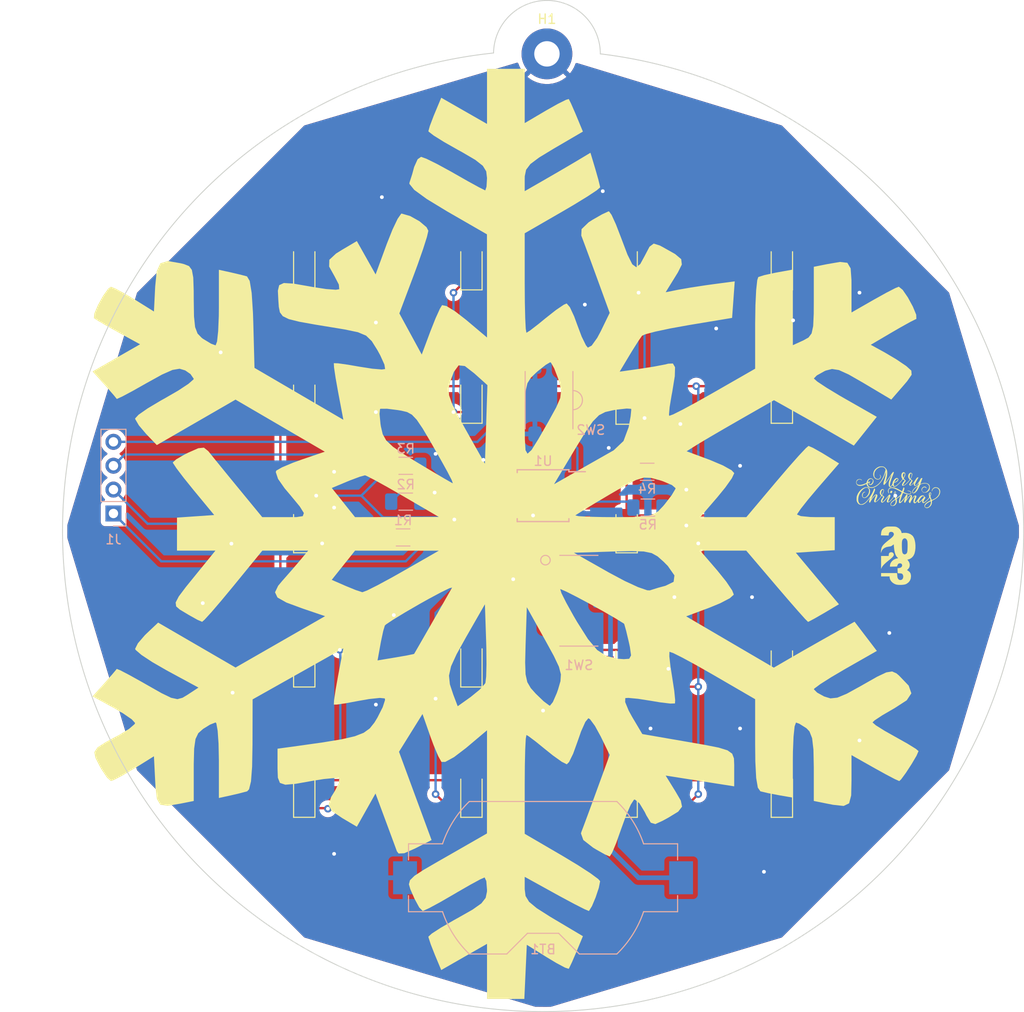
<source format=kicad_pcb>
(kicad_pcb (version 20211014) (generator pcbnew)
  (layers (0 "F.Cu" signal) (31 "B.Cu" signal) (34 "B.Paste" user) (35 "F.Paste" user) (36 "B.SilkS" user "B.Silkscreen") (37 "F.SilkS" user "F.Silkscreen") (38 "B.Mask" user) (39 "F.Mask" user) (44 "Edge.Cuts" user))
  (net 0 "")
  (net 1 "/3.3V")
  (net 2 "GND")
  (net 3 "Net-(D1-Pad1)")
  (net 4 "Net-(D1-Pad2)")
  (net 5 "Net-(D13-Pad2)")
  (net 6 "Net-(D11-Pad1)")
  (net 7 "Net-(D10-Pad2)")
  (net 8 "Net-(J1-Pad4)")
  (net 9 "Net-(J1-Pad3)")
  (net 10 "Net-(J1-Pad2)")
  (net 11 "Net-(J1-Pad1)")
  (net 12 "Net-(R4-Pad1)")
  (net 13 "Net-(R5-Pad1)")
  (net 14 "Net-(SW1-Pad1)")
  (footprint "Diode_SMD:D_1206_3216Metric_Pad1.42x1.75mm_HandSolder" (layer "F.Cu") (at 131.301306 111.76 90)
    (fp_text reference "D1" hide)
    (fp_text value "LED")
    (pad "1" smd roundrect (at -1.4875 0 90) (size 1.425 1.75) (layers "F.Cu" "F.Paste" "F.Mask") (roundrect_rratio 0.1754392982) (net 3 "Net-(D1-Pad1)"))
    (pad "2" smd roundrect (at 1.4875 0 90) (size 1.425 1.75) (layers "F.Cu" "F.Paste" "F.Mask") (roundrect_rratio 0.1754392982) (net 4 "Net-(D1-Pad2)"))
  )
  (footprint "Diode_SMD:D_1206_3216Metric_Pad1.42x1.75mm_HandSolder" (layer "F.Cu") (at 165.591306 111.76 90)
    (fp_text reference "D11" hide)
    (fp_text value "LED")
    (pad "1" smd roundrect (at -1.4875 0 90) (size 1.425 1.75) (layers "F.Cu" "F.Paste" "F.Mask") (roundrect_rratio 0.1754392982) (net 6 "Net-(D11-Pad1)"))
    (pad "2" smd roundrect (at 1.4875 0 90) (size 1.425 1.75) (layers "F.Cu" "F.Paste" "F.Mask") (roundrect_rratio 0.1754392982) (net 4 "Net-(D1-Pad2)"))
  )
  (footprint "Diode_SMD:D_1206_3216Metric_Pad1.42x1.75mm_HandSolder" (layer "F.Cu") (at 131.301306 55.6625 90)
    (fp_text reference "D5" hide)
    (fp_text value "LED")
    (pad "1" smd roundrect (at -1.4875 0 90) (size 1.425 1.75) (layers "F.Cu" "F.Paste" "F.Mask") (roundrect_rratio 0.1754392982) (net 4 "Net-(D1-Pad2)"))
    (pad "2" smd roundrect (at 1.4875 0 90) (size 1.425 1.75) (layers "F.Cu" "F.Paste" "F.Mask") (roundrect_rratio 0.1754392982) (net 7 "Net-(D10-Pad2)"))
  )
  (footprint "Diode_SMD:D_1206_3216Metric_Pad1.42x1.75mm_HandSolder" (layer "F.Cu") (at 165.591306 98.12 90)
    (fp_text reference "D12" hide)
    (fp_text value "LED")
    (pad "1" smd roundrect (at -1.4875 0 90) (size 1.425 1.75) (layers "F.Cu" "F.Paste" "F.Mask") (roundrect_rratio 0.1754392982) (net 6 "Net-(D11-Pad1)"))
    (pad "2" smd roundrect (at 1.4875 0 90) (size 1.425 1.75) (layers "F.Cu" "F.Paste" "F.Mask") (roundrect_rratio 0.1754392982) (net 3 "Net-(D1-Pad1)"))
  )
  (footprint "Diode_SMD:D_1206_3216Metric_Pad1.42x1.75mm_HandSolder" (layer "F.Cu") (at 149.081306 111.76 90)
    (fp_text reference "D6" hide)
    (fp_text value "LED")
    (pad "1" smd roundrect (at -1.4875 0 90) (size 1.425 1.75) (layers "F.Cu" "F.Paste" "F.Mask") (roundrect_rratio 0.1754392982) (net 5 "Net-(D13-Pad2)"))
    (pad "2" smd roundrect (at 1.4875 0 90) (size 1.425 1.75) (layers "F.Cu" "F.Paste" "F.Mask") (roundrect_rratio 0.1754392982) (net 4 "Net-(D1-Pad2)"))
  )
  (footprint "Diode_SMD:D_1206_3216Metric_Pad1.42x1.75mm_HandSolder" (layer "F.Cu") (at 182.101306 98.12 90)
    (fp_text reference "D17" hide)
    (fp_text value "LED")
    (pad "1" smd roundrect (at -1.4875 0 90) (size 1.425 1.75) (layers "F.Cu" "F.Paste" "F.Mask") (roundrect_rratio 0.1754392982) (net 7 "Net-(D10-Pad2)"))
    (pad "2" smd roundrect (at 1.4875 0 90) (size 1.425 1.75) (layers "F.Cu" "F.Paste" "F.Mask") (roundrect_rratio 0.1754392982) (net 3 "Net-(D1-Pad1)"))
  )
  (footprint "Diode_SMD:D_1206_3216Metric_Pad1.42x1.75mm_HandSolder" (layer "F.Cu") (at 165.591306 55.6625 90)
    (fp_text reference "D15" hide)
    (fp_text value "LED")
    (pad "1" smd roundrect (at -1.4875 0 90) (size 1.425 1.75) (layers "F.Cu" "F.Paste" "F.Mask") (roundrect_rratio 0.1754392982) (net 5 "Net-(D13-Pad2)"))
    (pad "2" smd roundrect (at 1.4875 0 90) (size 1.425 1.75) (layers "F.Cu" "F.Paste" "F.Mask") (roundrect_rratio 0.1754392982) (net 7 "Net-(D10-Pad2)"))
  )
  (footprint "Diode_SMD:D_1206_3216Metric_Pad1.42x1.75mm_HandSolder" (layer "F.Cu") (at 182.101306 111.76 90)
    (fp_text reference "D16" hide)
    (fp_text value "LED")
    (pad "1" smd roundrect (at -1.4875 0 90) (size 1.425 1.75) (layers "F.Cu" "F.Paste" "F.Mask") (roundrect_rratio 0.1754392982) (net 7 "Net-(D10-Pad2)"))
    (pad "2" smd roundrect (at 1.4875 0 90) (size 1.425 1.75) (layers "F.Cu" "F.Paste" "F.Mask") (roundrect_rratio 0.1754392982) (net 4 "Net-(D1-Pad2)"))
  )
  (footprint "graphics:2023" (layer "F.Cu") (at 194.31 86.36)
    (fp_text reference "G***" (at -10.795 -1.905) (layer "F.SilkS") (effects (font (size 1.524 1.524) (thickness 0.3))))
    (fp_text value "LOGO" hide)
  )
  (footprint "Diode_SMD:D_1206_3216Metric_Pad1.42x1.75mm_HandSolder" (layer "F.Cu") (at 182.101306 83.8375 90)
    (fp_text reference "D18" (at 0 -1.82 90) (layer "F.SilkS"))
    (fp_text value "LED")
    (pad "1" smd roundrect (at -1.4875 0 90) (size 1.425 1.75) (layers "F.Cu" "F.Paste" "F.Mask") (roundrect_rratio 0.1754392982) (net 7 "Net-(D10-Pad2)"))
    (pad "2" smd roundrect (at 1.4875 0 90) (size 1.425 1.75) (layers "F.Cu" "F.Paste" "F.Mask") (roundrect_rratio 0.1754392982) (net 5 "Net-(D13-Pad2)"))
  )
  (footprint "Diode_SMD:D_1206_3216Metric_Pad1.42x1.75mm_HandSolder" (layer "F.Cu") (at 149.081306 55.6625 90)
    (fp_text reference "D10" hide)
    (fp_text value "LED")
    (pad "1" smd roundrect (at -1.4875 0 90) (size 1.425 1.75) (layers "F.Cu" "F.Paste" "F.Mask") (roundrect_rratio 0.1754392982) (net 3 "Net-(D1-Pad1)"))
    (pad "2" smd roundrect (at 1.4875 0 90) (size 1.425 1.75) (layers "F.Cu" "F.Paste" "F.Mask") (roundrect_rratio 0.1754392982) (net 7 "Net-(D10-Pad2)"))
  )
  (footprint "MountingHole:MountingHole_2.7mm_Pad" (layer "F.Cu") (at 157.113491 33.02)
    (fp_text reference "H1" (at 0 -3.7) (layer "F.SilkS"))
    (fp_text value "MountingHole_Pad")
    (pad "1" thru_hole circle (at 0 0) (size 5.4 5.4) (drill 2.7) (layers *.Cu *.Mask) (net 2 "GND"))
  )
  (footprint "graphics:Merry" (layer "F.Cu") (at 194.31 78.74)
    (fp_text reference "G***" hide)
    (fp_text value "LOGO" hide)
  )
  (footprint "Diode_SMD:D_1206_3216Metric_Pad1.42x1.75mm_HandSolder" (layer "F.Cu") (at 149.081306 69.85 90)
    (fp_text reference "D9" hide)
    (fp_text value "LED")
    (pad "1" smd roundrect (at -1.4875 0 90) (size 1.425 1.75) (layers "F.Cu" "F.Paste" "F.Mask") (roundrect_rratio 0.1754392982) (net 3 "Net-(D1-Pad1)"))
    (pad "2" smd roundrect (at 1.4875 0 90) (size 1.425 1.75) (layers "F.Cu" "F.Paste" "F.Mask") (roundrect_rratio 0.1754392982) (net 6 "Net-(D11-Pad1)"))
  )
  (footprint "Diode_SMD:D_1206_3216Metric_Pad1.42x1.75mm_HandSolder" (layer "F.Cu") (at 182.101306 55.6625 90)
    (fp_text reference "D20" hide)
    (fp_text value "LED")
    (pad "1" smd roundrect (at -1.4875 0 90) (size 1.425 1.75) (layers "F.Cu" "F.Paste" "F.Mask") (roundrect_rratio 0.1754392982) (net 6 "Net-(D11-Pad1)"))
    (pad "2" smd roundrect (at 1.4875 0 90) (size 1.425 1.75) (layers "F.Cu" "F.Paste" "F.Mask") (roundrect_rratio 0.1754392982) (net 7 "Net-(D10-Pad2)"))
  )
  (footprint "graphics:snowflake1" (layer "F.Cu") (at 154.305 83.185)
    (fp_text reference "G***" hide)
    (fp_text value "LOGO" hide)
  )
  (footprint "Diode_SMD:D_1206_3216Metric_Pad1.42x1.75mm_HandSolder" (layer "F.Cu") (at 182.101306 69.85 90)
    (fp_text reference "D19" hide)
    (fp_text value "LED")
    (pad "1" smd roundrect (at -1.4875 0 90) (size 1.425 1.75) (layers "F.Cu" "F.Paste" "F.Mask") (roundrect_rratio 0.1754392982) (net 7 "Net-(D10-Pad2)"))
    (pad "2" smd roundrect (at 1.4875 0 90) (size 1.425 1.75) (layers "F.Cu" "F.Paste" "F.Mask") (roundrect_rratio 0.1754392982) (net 6 "Net-(D11-Pad1)"))
  )
  (footprint "Diode_SMD:D_1206_3216Metric_Pad1.42x1.75mm_HandSolder" (layer "F.Cu") (at 165.591306 69.955 90)
    (fp_text reference "D14" hide)
    (fp_text value "LED")
    (pad "1" smd roundrect (at -1.4875 0 90) (size 1.425 1.75) (layers "F.Cu" "F.Paste" "F.Mask") (roundrect_rratio 0.1754392982) (net 5 "Net-(D13-Pad2)"))
    (pad "2" smd roundrect (at 1.4875 0 90) (size 1.425 1.75) (layers "F.Cu" "F.Paste" "F.Mask") (roundrect_rratio 0.1754392982) (net 6 "Net-(D11-Pad1)"))
  )
  (footprint "Diode_SMD:D_1206_3216Metric_Pad1.42x1.75mm_HandSolder" (layer "F.Cu") (at 165.591306 83.6275 90)
    (fp_text reference "D13" hide)
    (fp_text value "LED")
    (pad "1" smd roundrect (at -1.4875 0 90) (size 1.425 1.75) (layers "F.Cu" "F.Paste" "F.Mask") (roundrect_rratio 0.1754392982) (net 6 "Net-(D11-Pad1)"))
    (pad "2" smd roundrect (at 1.4875 0 90) (size 1.425 1.75) (layers "F.Cu" "F.Paste" "F.Mask") (roundrect_rratio 0.1754392982) (net 5 "Net-(D13-Pad2)"))
  )
  (footprint "Diode_SMD:D_1206_3216Metric_Pad1.42x1.75mm_HandSolder" (layer "F.Cu") (at 131.301306 83.62 90)
    (fp_text reference "D3" hide)
    (fp_text value "LED")
    (pad "1" smd roundrect (at -1.4875 0 90) (size 1.425 1.75) (layers "F.Cu" "F.Paste" "F.Mask") (roundrect_rratio 0.1754392982) (net 4 "Net-(D1-Pad2)"))
    (pad "2" smd roundrect (at 1.4875 0 90) (size 1.425 1.75) (layers "F.Cu" "F.Paste" "F.Mask") (roundrect_rratio 0.1754392982) (net 5 "Net-(D13-Pad2)"))
  )
  (footprint "Diode_SMD:D_1206_3216Metric_Pad1.42x1.75mm_HandSolder" (layer "F.Cu") (at 131.301306 97.9025 90)
    (fp_text reference "D2" hide)
    (fp_text value "LED")
    (pad "1" smd roundrect (at -1.4875 0 90) (size 1.425 1.75) (layers "F.Cu" "F.Paste" "F.Mask") (roundrect_rratio 0.1754392982) (net 4 "Net-(D1-Pad2)"))
    (pad "2" smd roundrect (at 1.4875 0 90) (size 1.425 1.75) (layers "F.Cu" "F.Paste" "F.Mask") (roundrect_rratio 0.1754392982) (net 3 "Net-(D1-Pad1)"))
  )
  (footprint "Diode_SMD:D_1206_3216Metric_Pad1.42x1.75mm_HandSolder" (layer "F.Cu") (at 149.081306 97.9025 90)
    (fp_text reference "D7" hide)
    (fp_text value "LED")
    (pad "1" smd roundrect (at -1.4875 0 90) (size 1.425 1.75) (layers "F.Cu" "F.Paste" "F.Mask") (roundrect_rratio 0.1754392982) (net 5 "Net-(D13-Pad2)"))
    (pad "2" smd roundrect (at 1.4875 0 90) (size 1.425 1.75) (layers "F.Cu" "F.Paste" "F.Mask") (roundrect_rratio 0.1754392982) (net 3 "Net-(D1-Pad1)"))
  )
  (footprint "Diode_SMD:D_1206_3216Metric_Pad1.42x1.75mm_HandSolder" (layer "F.Cu") (at 149.081306 83.6025 90)
    (fp_text reference "D8" hide)
    (fp_text value "LED")
    (pad "1" smd roundrect (at -1.4875 0 90) (size 1.425 1.75) (layers "F.Cu" "F.Paste" "F.Mask") (roundrect_rratio 0.1754392982) (net 3 "Net-(D1-Pad1)"))
    (pad "2" smd roundrect (at 1.4875 0 90) (size 1.425 1.75) (layers "F.Cu" "F.Paste" "F.Mask") (roundrect_rratio 0.1754392982) (net 5 "Net-(D13-Pad2)"))
  )
  (footprint "Diode_SMD:D_1206_3216Metric_Pad1.42x1.75mm_HandSolder" (layer "F.Cu") (at 131.301306 69.85 90)
    (fp_text reference "D4" hide)
    (fp_text value "LED")
    (pad "1" smd roundrect (at -1.4875 0 90) (size 1.425 1.75) (layers "F.Cu" "F.Paste" "F.Mask") (roundrect_rratio 0.1754392982) (net 4 "Net-(D1-Pad2)"))
    (pad "2" smd roundrect (at 1.4875 0 90) (size 1.425 1.75) (layers "F.Cu" "F.Paste" "F.Mask") (roundrect_rratio 0.1754392982) (net 6 "Net-(D11-Pad1)"))
  )
  (footprint "Resistor_SMD:R_1206_3216Metric_Pad1.30x1.75mm_HandSolder" (layer "B.Cu") (at 142.096306 76.835 180)
    (fp_text reference "R3" (at 0 1.82) (layer "B.SilkS") (effects (justify mirror)))
    (fp_text value "100")
    (pad "1" smd roundrect (at -1.55 0 180) (size 1.3 1.75) (layers "B.Cu" "B.Paste" "B.Mask") (roundrect_rratio 0.1923076923) (net 9 "Net-(J1-Pad3)"))
    (pad "2" smd roundrect (at 1.55 0 180) (size 1.3 1.75) (layers "B.Cu" "B.Paste" "B.Mask") (roundrect_rratio 0.1923076923) (net 5 "Net-(D13-Pad2)"))
  )
  (footprint "Resistor_SMD:R_1206_3216Metric_Pad1.30x1.75mm_HandSolder" (layer "B.Cu") (at 167.776306 77.47)
    (fp_text reference "R4" (at 0 1.82) (layer "B.SilkS") (effects (justify mirror)))
    (fp_text value "100")
    (pad "1" smd roundrect (at -1.55 0) (size 1.3 1.75) (layers "B.Cu" "B.Paste" "B.Mask") (roundrect_rratio 0.1923076923) (net 12 "Net-(R4-Pad1)"))
    (pad "2" smd roundrect (at 1.55 0) (size 1.3 1.75) (layers "B.Cu" "B.Paste" "B.Mask") (roundrect_rratio 0.1923076923) (net 6 "Net-(D11-Pad1)"))
  )
  (footprint "Resistor_SMD:R_1206_3216Metric_Pad1.30x1.75mm_HandSolder" (layer "B.Cu") (at 167.851306 81.28)
    (fp_text reference "R5" (at 0 1.82) (layer "B.SilkS") (effects (justify mirror)))
    (fp_text value "100")
    (pad "1" smd roundrect (at -1.55 0) (size 1.3 1.75) (layers "B.Cu" "B.Paste" "B.Mask") (roundrect_rratio 0.1923076923) (net 13 "Net-(R5-Pad1)"))
    (pad "2" smd roundrect (at 1.55 0) (size 1.3 1.75) (layers "B.Cu" "B.Paste" "B.Mask") (roundrect_rratio 0.1923076923) (net 7 "Net-(D10-Pad2)"))
  )
  (footprint "Battery:BatteryHolder_Keystone_1058_1x2032" (layer "B.Cu") (at 156.701306 120.65 180)
    (fp_text reference "BT1" (at 0 -7.62) (layer "B.SilkS") (effects (justify mirror)))
    (fp_text value "Battery_Cell")
    (pad "1" smd rect (at -14.68 0 180) (size 2.54 3.51) (layers "B.Cu" "B.Paste" "B.Mask") (net 1 "/3.3V"))
    (pad "2" smd rect (at 14.68 0 180) (size 2.54 3.51) (layers "B.Cu" "B.Paste" "B.Mask") (net 2 "GND"))
  )
  (footprint "Ornament:JS102011SCQN__Switch" (layer "B.Cu") (at 160.511306 91.44 180)
    (fp_text reference "SW1" (at 0 -6.604 unlocked) (layer "B.SilkS") (effects (justify mirror)))
    (fp_text value "SW_DIP_x01")
    (pad "1" smd roundrect (at 2.75 2.5 90) (size 1 2.5) (layers "B.Cu" "B.Paste" "B.Mask") (net 14 "Net-(SW1-Pad1)"))
    (pad "2" smd roundrect (at -2.75 0 90) (size 1 2.5) (layers "B.Cu" "B.Paste" "B.Mask") (net 1 "/3.3V"))
    (pad "3" smd roundrect (at 2.75 -2.5 90) (size 1 2.5) (layers "B.Cu" "B.Paste" "B.Mask"))
  )
  (footprint "Ornament:TL3305AF160QG_Push_Button" (layer "B.Cu") (at 157.336306 69.85 180)
    (fp_text reference "SW2" (at -4.445 -3.175 unlocked) (layer "B.SilkS") (effects (justify mirror)))
    (fp_text value "SW_Push")
    (pad "1" smd roundrect (at -1.5 3.6 180) (size 1.4 1.6) (layers "B.Cu" "B.Paste" "B.Mask") (net 8 "Net-(J1-Pad4)"))
    (pad "1" smd roundrect (at -1.5 -3.6 180) (size 1.4 1.6) (layers "B.Cu" "B.Paste" "B.Mask") (net 8 "Net-(J1-Pad4)"))
    (pad "2" smd roundrect (at 1.5 3.6 180) (size 1.4 1.6) (layers "B.Cu" "B.Paste" "B.Mask") (net 2 "GND"))
    (pad "2" smd roundrect (at 1.5 -3.6) (size 1.4 1.6) (layers "B.Cu" "B.Paste" "B.Mask") (net 2 "GND"))
  )
  (footprint "Resistor_SMD:R_1206_3216Metric_Pad1.30x1.75mm_HandSolder" (layer "B.Cu") (at 142.096306 80.645 180)
    (fp_text reference "R2" (at 0 1.82) (layer "B.SilkS") (effects (justify mirror)))
    (fp_text value "100")
    (pad "1" smd roundrect (at -1.55 0 180) (size 1.3 1.75) (layers "B.Cu" "B.Paste" "B.Mask") (roundrect_rratio 0.1923076923) (net 10 "Net-(J1-Pad2)"))
    (pad "2" smd roundrect (at 1.55 0 180) (size 1.3 1.75) (layers "B.Cu" "B.Paste" "B.Mask") (roundrect_rratio 0.1923076923) (net 3 "Net-(D1-Pad1)"))
  )
  (footprint "Connector_PinSocket_2.54mm:PinSocket_1x04_P2.54mm_Vertical" (layer "B.Cu") (at 111.006306 81.905)
    (fp_text reference "J1" (at 0 2.77) (layer "B.SilkS") (effects (justify mirror)))
    (fp_text value "Conn_01x04")
    (pad "1" thru_hole rect (at 0 0) (size 1.7 1.7) (drill 1) (layers *.Cu *.Mask) (net 11 "Net-(J1-Pad1)"))
    (pad "2" thru_hole oval (at 0 -2.54) (size 1.7 1.7) (drill 1) (layers *.Cu *.Mask) (net 10 "Net-(J1-Pad2)"))
    (pad "3" thru_hole oval (at 0 -5.08) (size 1.7 1.7) (drill 1) (layers *.Cu *.Mask) (net 9 "Net-(J1-Pad3)"))
    (pad "4" thru_hole oval (at 0 -7.62) (size 1.7 1.7) (drill 1) (layers *.Cu *.Mask) (net 8 "Net-(J1-Pad4)"))
  )
  (footprint "Resistor_SMD:R_1206_3216Metric_Pad1.30x1.75mm_HandSolder" (layer "B.Cu") (at 141.816306 84.455 180)
    (fp_text reference "R1" (at 0 1.82) (layer "B.SilkS") (effects (justify mirror)))
    (fp_text value "100")
    (pad "1" smd roundrect (at -1.55 0 180) (size 1.3 1.75) (layers "B.Cu" "B.Paste" "B.Mask") (roundrect_rratio 0.1923076923) (net 11 "Net-(J1-Pad1)"))
    (pad "2" smd roundrect (at 1.55 0 180) (size 1.3 1.75) (layers "B.Cu" "B.Paste" "B.Mask") (roundrect_rratio 0.1923076923) (net 4 "Net-(D1-Pad2)"))
  )
  (footprint "Package_SO:SOIC-8W_5.3x5.3mm_P1.27mm" (layer "B.Cu") (at 156.701306 80.01 180)
    (fp_text reference "U1" (at 0 3.68) (layer "B.SilkS") (effects (justify mirror)))
    (fp_text value "ATtiny85-20S")
    (pad "1" smd rect (at -3.65 1.905 180) (size 1.7 0.65) (layers "B.Cu" "B.Paste" "B.Mask") (net 8 "Net-(J1-Pad4)"))
    (pad "2" smd rect (at -3.65 0.635 180) (size 1.7 0.65) (layers "B.Cu" "B.Paste" "B.Mask") (net 12 "Net-(R4-Pad1)"))
    (pad "3" smd rect (at -3.65 -0.635 180) (size 1.7 0.65) (layers "B.Cu" "B.Paste" "B.Mask") (net 13 "Net-(R5-Pad1)"))
    (pad "4" smd rect (at -3.65 -1.905 180) (size 1.7 0.65) (layers "B.Cu" "B.Paste" "B.Mask") (net 2 "GND"))
    (pad "5" smd rect (at 3.65 -1.905 180) (size 1.7 0.65) (layers "B.Cu" "B.Paste" "B.Mask") (net 11 "Net-(J1-Pad1)"))
    (pad "6" smd rect (at 3.65 -0.635 180) (size 1.7 0.65) (layers "B.Cu" "B.Paste" "B.Mask") (net 10 "Net-(J1-Pad2)"))
    (pad "7" smd rect (at 3.65 0.635 180) (size 1.7 0.65) (layers "B.Cu" "B.Paste" "B.Mask") (net 9 "Net-(J1-Pad3)"))
    (pad "8" smd rect (at 3.65 1.905 180) (size 1.7 0.65) (layers "B.Cu" "B.Paste" "B.Mask") (net 14 "Net-(SW1-Pad1)"))
  )
  (gr_arc (start 162.793103 33.02) (mid 156.297911 134.884495) (end 151.434607 32.929058) (layer "Edge.Cuts") (width 0.1))
  (gr_arc (start 151.434607 32.929058) (mid 157.158978 27.340555) (end 162.793103 33.02) (layer "Edge.Cuts") (width 0.1))
  (segment (start 171.381306 120.65) (end 166.861306 120.65) (width 0.5) (layer "B.Cu") (net 1))
  (segment (start 163.876306 117.665) (end 163.876306 91.44) (width 0.5) (layer "B.Cu") (net 1))
  (segment (start 166.861306 120.65) (end 163.876306 117.665) (width 0.5) (layer "B.Cu") (net 1))
  (via (at 183.295106 61.3664) (size 0.8) (drill 0.4) (layers "F.Cu" "B.Cu") (net 2))
  (via (at 180.196306 120.015) (size 0.8) (drill 0.4) (layers "F.Cu" "B.Cu") (net 2))
  (via (at 123.554306 85.1154) (size 0.8) (drill 0.4) (layers "F.Cu" "B.Cu") (net 2))
  (via (at 150.351306 76.2) (size 0.8) (drill 0.4) (layers "F.Cu" "B.Cu") (net 2))
  (via (at 168.131306 104.775) (size 0.8) (drill 0.4) (layers "F.Cu" "B.Cu") (net 2))
  (via (at 177.656306 104.775) (size 0.8) (drill 0.4) (layers "F.Cu" "B.Cu") (net 2))
  (via (at 163.051306 47.625) (size 0.8) (drill 0.4) (layers "F.Cu" "B.Cu") (net 2))
  (via (at 138.921306 61.595) (size 0.8) (drill 0.4) (layers "F.Cu" "B.Cu") (net 2))
  (via (at 138.921306 71.12) (size 0.8) (drill 0.4) (layers "F.Cu" "B.Cu") (net 2))
  (via (at 123.681306 100.965) (size 0.8) (drill 0.4) (layers "F.Cu" "B.Cu") (net 2))
  (via (at 161.146306 59.69) (size 0.8) (drill 0.4) (layers "F.Cu" "B.Cu") (net 2))
  (via (at 190.356306 58.42) (size 0.8) (drill 0.4) (layers "F.Cu" "B.Cu") (net 2))
  (via (at 134.476306 118.11) (size 0.8) (drill 0.4) (layers "F.Cu" "B.Cu") (net 2))
  (via (at 193.531306 94.615) (size 0.8) (drill 0.4) (layers "F.Cu" "B.Cu") (net 2))
  (via (at 145.271306 75.565) (size 0.8) (drill 0.4) (layers "F.Cu" "B.Cu") (net 2))
  (via (at 175.116306 62.23) (size 0.8) (drill 0.4) (layers "F.Cu" "B.Cu") (net 2))
  (via (at 122.411306 64.77) (size 0.8) (drill 0.4) (layers "F.Cu" "B.Cu") (net 2))
  (via (at 134.476306 81.28) (size 0.8) (drill 0.4) (layers "F.Cu" "B.Cu") (net 2))
  (via (at 178.926306 90.805) (size 0.8) (drill 0.4) (layers "F.Cu" "B.Cu") (net 2))
  (via (at 194.166306 80.01) (size 0.8) (drill 0.4) (layers "F.Cu" "B.Cu") (net 2))
  (via (at 170.036306 98.425) (size 0.8) (drill 0.4) (layers "F.Cu" "B.Cu") (net 2))
  (via (at 134.476306 77.47) (size 0.8) (drill 0.4) (layers "F.Cu" "B.Cu") (net 2))
  (via (at 171.941306 79.375) (size 0.8) (drill 0.4) (layers "F.Cu" "B.Cu") (net 2))
  (via (at 120.506306 91.44) (size 0.8) (drill 0.4) (layers "F.Cu" "B.Cu") (net 2))
  (via (at 156.701306 102.87) (size 0.8) (drill 0.4) (layers "F.Cu" "B.Cu") (net 2))
  (via (at 177.656306 76.835) (size 0.8) (drill 0.4) (layers "F.Cu" "B.Cu") (net 2))
  (via (at 170.671306 90.805) (size 0.8) (drill 0.4) (layers "F.Cu" "B.Cu") (net 2))
  (via (at 153.526306 88.9) (size 0.8) (drill 0.4) (layers "F.Cu" "B.Cu") (net 2))
  (via (at 139.556306 48.26) (size 0.8) (drill 0.4) (layers "F.Cu" "B.Cu") (net 2))
  (via (at 138.921306 102.235) (size 0.8) (drill 0.4) (layers "F.Cu" "B.Cu") (net 2))
  (via (at 140.826306 92.71) (size 0.8) (drill 0.4) (layers "F.Cu" "B.Cu") (net 2))
  (via (at 171.306306 72.39) (size 0.8) (drill 0.4) (layers "F.Cu" "B.Cu") (net 2))
  (via (at 163.686306 74.93) (size 0.8) (drill 0.4) (layers "F.Cu" "B.Cu") (net 2))
  (via (at 190.356306 106.045) (size 0.8) (drill 0.4) (layers "F.Cu" "B.Cu") (net 2))
  (segment (start 156.701306 120.65) (end 160.351306 117) (width 0.25) (layer "B.Cu") (net 2))
  (segment (start 155.851306 66.005) (end 155.851306 71.155) (width 0.25) (layer "B.Cu") (net 2))
  (segment (start 160.351306 117) (end 160.351306 81.915) (width 0.25) (layer "B.Cu") (net 2))
  (segment (start 142.021306 120.65) (end 156.701306 120.65) (width 0.25) (layer "B.Cu") (net 2))
  (segment (start 159.876306 81.915) (end 155.851306 77.89) (width 0.25) (layer "B.Cu") (net 2))
  (segment (start 160.351306 81.915) (end 159.876306 81.915) (width 0.25) (layer "B.Cu") (net 2))
  (segment (start 155.851306 77.89) (end 155.851306 71.155) (width 0.25) (layer "B.Cu") (net 2))
  (segment (start 149.081306 85.09) (end 147.811306 85.09) (width 0.25) (layer "F.Cu") (net 3))
  (segment (start 149.081306 57.15) (end 148.446306 57.15) (width 0.25) (layer "F.Cu") (net 3))
  (segment (start 147.176306 71.12) (end 148.863806 71.12) (width 0.25) (layer "F.Cu") (net 3))
  (segment (start 131.301306 113.2475) (end 133.754006 113.2475) (width 0.25) (layer "F.Cu") (net 3))
  (segment (start 133.754006 113.2475) (end 133.815906 113.3094) (width 0.25) (layer "F.Cu") (net 3))
  (segment (start 146.541306 71.755) (end 147.176306 71.12) (width 0.25) (layer "F.Cu") (net 3))
  (segment (start 146.541306 79.883) (end 146.338106 79.6798) (width 0.25) (layer "F.Cu") (net 3))
  (segment (start 149.081306 96.415) (end 135.089306 96.415) (width 0.25) (layer "F.Cu") (net 3))
  (segment (start 148.446306 57.15) (end 147.176306 58.42) (width 0.25) (layer "F.Cu") (net 3))
  (segment (start 146.541306 79.9338) (end 146.541306 79.4766) (width 0.25) (layer "F.Cu") (net 3))
  (segment (start 146.541306 83.82) (end 146.541306 79.9338) (width 0.25) (layer "F.Cu") (net 3))
  (segment (start 146.541306 79.9338) (end 146.541306 79.883) (width 0.25) (layer "F.Cu") (net 3))
  (segment (start 181.883806 96.415) (end 182.101306 96.6325) (width 0.25) (layer "F.Cu") (net 3))
  (segment (start 146.338106 79.6798) (end 146.541306 79.4766) (width 0.25) (layer "F.Cu") (net 3))
  (segment (start 149.081306 96.415) (end 149.081306 85.09) (width 0.25) (layer "F.Cu") (net 3))
  (segment (start 135.089306 96.415) (end 131.301306 96.415) (width 0.25) (layer "F.Cu") (net 3))
  (segment (start 147.811306 85.09) (end 146.541306 83.82) (width 0.25) (layer "F.Cu") (net 3))
  (segment (start 149.081306 96.415) (end 181.883806 96.415) (width 0.25) (layer "F.Cu") (net 3))
  (segment (start 148.863806 71.12) (end 149.081306 71.3375) (width 0.25) (layer "F.Cu") (net 3))
  (segment (start 145.169706 79.6798) (end 146.338106 79.6798) (width 0.25) (layer "F.Cu") (net 3))
  (segment (start 146.541306 79.4766) (end 146.541306 71.755) (width 0.25) (layer "F.Cu") (net 3))
  (via (at 147.176306 58.42) (size 0.8) (drill 0.4) (layers "F.Cu" "B.Cu") (net 3))
  (via (at 145.169706 79.6798) (size 0.8) (drill 0.4) (layers "F.Cu" "B.Cu") (net 3))
  (via (at 147.176306 71.12) (size 0.8) (drill 0.4) (layers "F.Cu" "B.Cu") (net 3))
  (via (at 135.089306 96.415) (size 0.8) (drill 0.4) (layers "F.Cu" "B.Cu") (net 3))
  (via (at 133.815906 113.3094) (size 0.8) (drill 0.4) (layers "F.Cu" "B.Cu") (net 3))
  (segment (start 135.136706 96.4624) (end 135.089306 96.415) (width 0.25) (layer "B.Cu") (net 3))
  (segment (start 135.136706 111.9886) (end 135.136706 96.4624) (width 0.25) (layer "B.Cu") (net 3))
  (segment (start 142.146506 79.0448) (end 144.814106 79.0448) (width 0.25) (layer "B.Cu") (net 3))
  (segment (start 140.546306 80.645) (end 142.146506 79.0448) (width 0.25) (layer "B.Cu") (net 3))
  (segment (start 144.814106 79.0448) (end 145.169706 79.4004) (width 0.25) (layer "B.Cu") (net 3))
  (segment (start 147.176306 58.42) (end 147.176306 71.12) (width 0.25) (layer "B.Cu") (net 3))
  (segment (start 145.169706 79.4004) (end 145.169706 79.6798) (width 0.25) (layer "B.Cu") (net 3))
  (segment (start 133.815906 113.3094) (end 135.136706 111.9886) (width 0.25) (layer "B.Cu") (net 3))
  (segment (start 130.013806 85.1075) (end 128.761306 86.36) (width 0.25) (layer "F.Cu") (net 4))
  (segment (start 129.813806 71.3375) (end 128.761306 72.39) (width 0.25) (layer "F.Cu") (net 4))
  (segment (start 131.301306 71.3375) (end 129.813806 71.3375) (width 0.25) (layer "F.Cu") (net 4))
  (segment (start 128.761306 72.39) (end 128.761306 59.69) (width 0.25) (layer "F.Cu") (net 4))
  (segment (start 128.761306 86.36) (end 128.761306 72.39) (width 0.25) (layer "F.Cu") (net 4))
  (segment (start 133.206306 85.09) (end 131.318806 85.09) (width 0.25) (layer "F.Cu") (net 4))
  (segment (start 128.761306 96.85) (end 128.761306 86.36) (width 0.25) (layer "F.Cu") (net 4))
  (segment (start 131.301306 99.39) (end 128.761306 96.85) (width 0.25) (layer "F.Cu") (net 4))
  (segment (start 131.301306 110.2725) (end 182.101306 110.2725) (width 0.25) (layer "F.Cu") (net 4))
  (segment (start 131.301306 85.1075) (end 130.013806 85.1075) (width 0.25) (layer "F.Cu") (net 4))
  (segment (start 131.318806 85.09) (end 131.301306 85.1075) (width 0.25) (layer "F.Cu") (net 4))
  (segment (start 131.301306 110.2725) (end 131.301306 99.39) (width 0.25) (layer "F.Cu") (net 4))
  (segment (start 128.761306 59.69) (end 131.301306 57.15) (width 0.25) (layer "F.Cu") (net 4))
  (via (at 133.206306 85.09) (size 0.8) (drill 0.4) (layers "F.Cu" "B.Cu") (net 4))
  (segment (start 140.266306 84.455) (end 139.631306 85.09) (width 0.25) (layer "B.Cu") (net 4))
  (segment (start 139.631306 85.09) (end 133.206306 85.09) (width 0.25) (layer "B.Cu") (net 4))
  (segment (start 147.481306 99.39) (end 149.081306 99.39) (width 0.25) (layer "F.Cu") (net 5))
  (segment (start 165.591306 82.14) (end 165.591306 71.4425) (width 0.25) (layer "F.Cu") (net 5))
  (segment (start 131.301306 81.28) (end 131.301306 82.1325) (width 0.25) (layer "F.Cu") (net 5))
  (segment (start 149.081306 113.2475) (end 146.758806 113.2475) (width 0.25) (layer "F.Cu") (net 5))
  (segment (start 165.903806 71.755) (end 165.591306 71.4425) (width 0.25) (layer "F.Cu") (net 5))
  (segment (start 167.496306 71.755) (end 165.903806 71.755) (width 0.25) (layer "F.Cu") (net 5))
  (segment (start 155.637706 82.115) (end 181.866306 82.115) (width 0.25) (layer "F.Cu") (net 5))
  (segment (start 165.591306 57.15) (end 166.861306 58.42) (width 0.25) (layer "F.Cu") (net 5))
  (segment (start 132.571306 80.01) (end 131.301306 81.28) (width 0.25) (layer "F.Cu") (net 5))
  (segment (start 148.646306 82.55) (end 149.081306 82.115) (width 0.25) (layer "F.Cu") (net 5))
  (segment (start 149.081306 82.115) (end 155.637706 82.115) (width 0.25) (layer "F.Cu") (net 5))
  (segment (start 181.866306 82.115) (end 182.101306 82.35) (width 0.25) (layer "F.Cu") (net 5))
  (segment (start 131.318806 82.115) (end 131.301306 82.1325) (width 0.25) (layer "F.Cu") (net 5))
  (segment (start 147.265806 82.55) (end 148.646306 82.55) (width 0.25) (layer "F.Cu") (net 5))
  (segment (start 145.271306 101.6) (end 147.481306 99.39) (width 0.25) (layer "F.Cu") (net 5))
  (segment (start 146.758806 113.2475) (end 145.271306 111.76) (width 0.25) (layer "F.Cu") (net 5))
  (via (at 145.271306 111.76) (size 0.8) (drill 0.4) (layers "F.Cu" "B.Cu") (net 5))
  (via (at 155.637706 82.115) (size 0.8) (drill 0.4) (layers "F.Cu" "B.Cu") (net 5))
  (via (at 167.496306 71.755) (size 0.8) (drill 0.4) (layers "F.Cu" "B.Cu") (net 5))
  (via (at 132.571306 80.01) (size 0.8) (drill 0.4) (layers "F.Cu" "B.Cu") (net 5))
  (via (at 166.861306 58.42) (size 0.8) (drill 0.4) (layers "F.Cu" "B.Cu") (net 5))
  (via (at 145.271306 101.6) (size 0.8) (drill 0.4) (layers "F.Cu" "B.Cu") (net 5))
  (via (at 147.265806 82.55) (size 0.8) (drill 0.4) (layers "F.Cu" "B.Cu") (net 5))
  (segment (start 139.682706 82.3214) (end 137.371306 80.01) (width 0.25) (layer "B.Cu") (net 5))
  (segment (start 137.371306 80.01) (end 135.746306 80.01) (width 0.25) (layer "B.Cu") (net 5))
  (segment (start 140.546306 76.835) (end 137.371306 80.01) (width 0.25) (layer "B.Cu") (net 5))
  (segment (start 145.271306 101.6) (end 145.271306 92.4814) (width 0.25) (layer "B.Cu") (net 5))
  (segment (start 167.496306 59.055) (end 167.496306 71.755) (width 0.25) (layer "B.Cu") (net 5))
  (segment (start 146.795306 82.55) (end 146.566706 82.3214) (width 0.25) (layer "B.Cu") (net 5))
  (segment (start 145.271306 92.4814) (end 155.637706 82.115) (width 0.25) (layer "B.Cu") (net 5))
  (segment (start 147.265806 82.55) (end 146.795306 82.55) (width 0.25) (layer "B.Cu") (net 5))
  (segment (start 166.861306 58.42) (end 167.496306 59.055) (width 0.25) (layer "B.Cu") (net 5))
  (segment (start 145.271306 111.76) (end 145.271306 101.6) (width 0.25) (layer "B.Cu") (net 5))
  (segment (start 146.566706 82.3214) (end 139.682706 82.3214) (width 0.25) (layer "B.Cu") (net 5))
  (segment (start 135.746306 80.01) (end 132.571306 80.01) (width 0.25) (layer "B.Cu") (net 5))
  (segment (start 131.301306 68.3625) (end 172.993806 68.3625) (width 0.25) (layer "F.Cu") (net 6))
  (segment (start 172.993806 68.3625) (end 182.101306 68.3625) (width 0.25) (layer "F.Cu") (net 6))
  (segment (start 173.211306 100.33) (end 166.313806 100.33) (width 0.25) (layer "F.Cu") (net 6))
  (segment (start 166.313806 100.33) (end 165.591306 99.6075) (width 0.25) (layer "F.Cu") (net 6))
  (segment (start 173.211306 85.09) (end 165.616306 85.09) (width 0.25) (layer "F.Cu") (net 6))
  (segment (start 165.591306 113.2475) (end 171.723806 113.2475) (width 0.25) (layer "F.Cu") (net 6))
  (segment (start 165.616306 85.09) (end 165.591306 85.115) (width 0.25) (layer "F.Cu") (net 6))
  (segment (start 171.723806 113.2475) (end 173.211306 111.76) (width 0.25) (layer "F.Cu") (net 6))
  (segment (start 182.101306 68.3625) (end 182.101306 57.15) (width 0.25) (layer "F.Cu") (net 6))
  (via (at 173.211306 100.33) (size 0.8) (drill 0.4) (layers "F.Cu" "B.Cu") (net 6))
  (via (at 172.993806 68.3625) (size 0.8) (drill 0.4) (layers "F.Cu" "B.Cu") (net 6))
  (via (at 173.211306 85.09) (size 0.8) (drill 0.4) (layers "F.Cu" "B.Cu") (net 6))
  (via (at 173.211306 111.76) (size 0.8) (drill 0.4) (layers "F.Cu" "B.Cu") (net 6))
  (segment (start 169.326306 77.47) (end 173.211306 77.47) (width 0.25) (layer "B.Cu") (net 6))
  (segment (start 173.211306 85.09) (end 173.211306 77.47) (width 0.25) (layer "B.Cu") (net 6))
  (segment (start 173.211306 68.58) (end 172.993806 68.3625) (width 0.25) (layer "B.Cu") (net 6))
  (segment (start 173.211306 85.725) (end 173.211306 85.09) (width 0.25) (layer "B.Cu") (net 6))
  (segment (start 173.211306 77.47) (end 173.211306 68.58) (width 0.25) (layer "B.Cu") (net 6))
  (segment (start 173.211306 111.76) (end 173.211306 100.33) (width 0.25) (layer "B.Cu") (net 6))
  (segment (start 173.211306 100.33) (end 173.211306 85.725) (width 0.25) (layer "B.Cu") (net 6))
  (segment (start 184.641306 83.82) (end 184.641306 68.58) (width 0.25) (layer "F.Cu") (net 7))
  (segment (start 182.101306 99.6075) (end 182.648806 99.06) (width 0.25) (layer "F.Cu") (net 7))
  (segment (start 131.301306 54.175) (end 182.101306 54.175) (width 0.25) (layer "F.Cu") (net 7))
  (segment (start 183.136306 85.325) (end 184.641306 83.82) (width 0.25) (layer "F.Cu") (net 7))
  (segment (start 179.961306 83.185) (end 182.101306 85.325) (width 0.25) (layer "F.Cu") (net 7))
  (segment (start 184.641306 98.425) (end 184.641306 97.155) (width 0.25) (layer "F.Cu") (net 7))
  (segment (start 182.101306 71.12) (end 184.641306 68.58) (width 0.25) (layer "F.Cu") (net 7))
  (segment (start 182.101306 112.395) (end 184.641306 109.855) (width 0.25) (layer "F.Cu") (net 7))
  (segment (start 182.101306 85.325) (end 183.136306 85.325) (width 0.25) (layer "F.Cu") (net 7))
  (segment (start 184.641306 97.155) (end 184.641306 83.82) (width 0.25) (layer "F.Cu") (net 7))
  (segment (start 184.641306 68.58) (end 184.641306 56.715) (width 0.25) (layer "F.Cu") (net 7))
  (segment (start 182.101306 71.3375) (end 182.101306 71.12) (width 0.25) (layer "F.Cu") (net 7))
  (segment (start 184.641306 56.715) (end 182.101306 54.175) (width 0.25) (layer "F.Cu") (net 7))
  (segment (start 171.941306 83.185) (end 179.961306 83.185) (width 0.25) (layer "F.Cu") (net 7))
  (segment (start 184.641306 109.855) (end 184.641306 97.155) (width 0.25) (layer "F.Cu") (net 7))
  (segment (start 182.101306 113.2475) (end 182.101306 112.395) (width 0.25) (layer "F.Cu") (net 7))
  (segment (start 184.006306 99.06) (end 184.641306 98.425) (width 0.25) (layer "F.Cu") (net 7))
  (segment (start 182.648806 99.06) (end 184.006306 99.06) (width 0.25) (layer "F.Cu") (net 7))
  (via (at 171.941306 83.185) (size 0.8) (drill 0.4) (layers "F.Cu" "B.Cu") (net 7))
  (segment (start 169.401306 81.28) (end 170.036306 81.28) (width 0.25) (layer "B.Cu") (net 7))
  (segment (start 170.036306 81.28) (end 171.941306 83.185) (width 0.25) (layer "B.Cu") (net 7))
  (segment (start 158.836306 66.25) (end 156.721306 64.135) (width 0.25) (layer "B.Cu") (net 8))
  (segment (start 148.456306 74.285) (end 111.006306 74.285) (width 0.25) (layer "B.Cu") (net 8))
  (segment (start 160.351306 74.965) (end 158.836306 73.45) (width 0.25) (layer "B.Cu") (net 8))
  (segment (start 152.256306 71.755) (end 149.716306 74.295) (width 0.25) (layer "B.Cu") (net 8))
  (segment (start 158.836306 73.45) (end 158.836306 66.25) (width 0.25) (layer "B.Cu") (net 8))
  (segment (start 153.526306 64.135) (end 152.256306 65.405) (width 0.25) (layer "B.Cu") (net 8))
  (segment (start 152.256306 65.405) (end 152.256306 71.755) (width 0.25) (layer "B.Cu") (net 8))
  (segment (start 149.716306 74.295) (end 148.466306 74.295) (width 0.25) (layer "B.Cu") (net 8))
  (segment (start 156.721306 64.135) (end 153.526306 64.135) (width 0.25) (layer "B.Cu") (net 8))
  (segment (start 160.351306 78.105) (end 160.351306 74.965) (width 0.25) (layer "B.Cu") (net 8))
  (segment (start 148.466306 74.295) (end 148.456306 74.285) (width 0.25) (layer "B.Cu") (net 8))
  (segment (start 142.731306 76.835) (end 141.531306 75.635) (width 0.25) (layer "B.Cu") (net 9))
  (segment (start 153.051306 79.375) (end 146.186306 79.375) (width 0.25) (layer "B.Cu") (net 9))
  (segment (start 141.531306 75.635) (end 112.196306 75.635) (width 0.25) (layer "B.Cu") (net 9))
  (segment (start 146.186306 79.375) (end 143.646306 76.835) (width 0.25) (layer "B.Cu") (net 9))
  (segment (start 143.646306 76.835) (end 142.731306 76.835) (width 0.25) (layer "B.Cu") (net 9))
  (segment (start 112.196306 75.635) (end 111.006306 76.825) (width 0.25) (layer "B.Cu") (net 9))
  (segment (start 150.351306 80.645) (end 143.646306 80.645) (width 0.25) (layer "B.Cu") (net 10))
  (segment (start 150.351306 81.28) (end 147.811306 83.82) (width 0.25) (layer "B.Cu") (net 10))
  (segment (start 147.811306 83.82) (end 146.541306 83.82) (width 0.25) (layer "B.Cu") (net 10))
  (segment (start 114.641306 83) (end 111.006306 79.365) (width 0.25) (layer "B.Cu") (net 10))
  (segment (start 153.051306 80.645) (end 150.351306 80.645) (width 0.25) (layer "B.Cu") (net 10))
  (segment (start 146.541306 83.82) (end 145.721306 83) (width 0.25) (layer "B.Cu") (net 10))
  (segment (start 150.351306 80.645) (end 150.351306 81.28) (width 0.25) (layer "B.Cu") (net 10))
  (segment (start 145.721306 83) (end 114.641306 83) (width 0.25) (layer "B.Cu") (net 10))
  (segment (start 143.366306 84.455) (end 150.511306 84.455) (width 0.25) (layer "B.Cu") (net 11))
  (segment (start 150.511306 84.455) (end 153.051306 81.915) (width 0.25) (layer "B.Cu") (net 11))
  (segment (start 142.096306 86.995) (end 143.366306 85.725) (width 0.25) (layer "B.Cu") (net 11))
  (segment (start 143.366306 85.725) (end 143.366306 84.455) (width 0.25) (layer "B.Cu") (net 11))
  (segment (start 116.096306 86.995) (end 142.096306 86.995) (width 0.25) (layer "B.Cu") (net 11))
  (segment (start 111.006306 81.905) (end 116.096306 86.995) (width 0.25) (layer "B.Cu") (net 11))
  (segment (start 164.321306 79.375) (end 166.226306 77.47) (width 0.25) (layer "B.Cu") (net 12))
  (segment (start 160.351306 79.375) (end 164.321306 79.375) (width 0.25) (layer "B.Cu") (net 12))
  (segment (start 165.666306 80.645) (end 166.301306 81.28) (width 0.25) (layer "B.Cu") (net 13))
  (segment (start 160.351306 80.645) (end 165.666306 80.645) (width 0.25) (layer "B.Cu") (net 13))
  (segment (start 157.146306 81.1) (end 157.146306 88.325) (width 0.25) (layer "B.Cu") (net 14))
  (segment (start 154.151306 78.105) (end 153.051306 78.105) (width 0.25) (layer "B.Cu") (net 14))
  (segment (start 157.146306 81.1) (end 154.151306 78.105) (width 0.25) (layer "B.Cu") (net 14))
  (segment (start 157.146306 88.325) (end 157.761306 88.94) (width 0.25) (layer "B.Cu") (net 14))
  (zone (net 2) (net_name "GND") (layers F&B.Cu) (connect_pads (clearance 0.508)) (min_thickness 0.254) (fill yes (thermal_gap 0.508) (thermal_bridge_width 0.508))
    (polygon (pts (xy 182.101306 40.64) (xy 199.881306 58.42) (xy 207.501306 83.82) (xy 199.881306 109.22) (xy 182.101306 127) (xy 156.701306 134.62) (xy 131.301306 127) (xy 113.521306 109.22) (xy 105.901306 83.82) (xy 113.521306 58.42) (xy 131.301306 40.64) (xy 157.113491 33.02)))
  )
)
</source>
